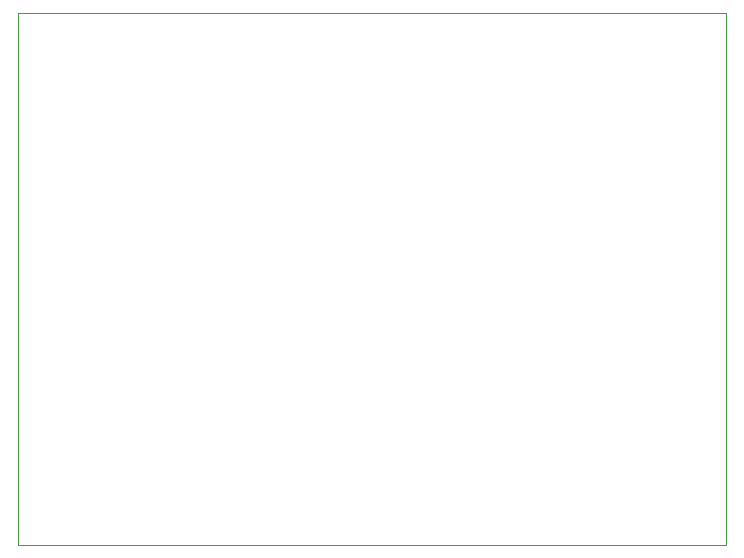
<source format=gbr>
%FSLAX34Y34*%
%MOMM*%
%LNOUTLINE*%
G71*
G01*
%ADD10C,0.002*%
%LPD*%
G54D10*
X0Y0D02*
X600000Y0D01*
X600000Y-450000D01*
X0Y-450000D01*
X0Y0D01*
M02*

</source>
